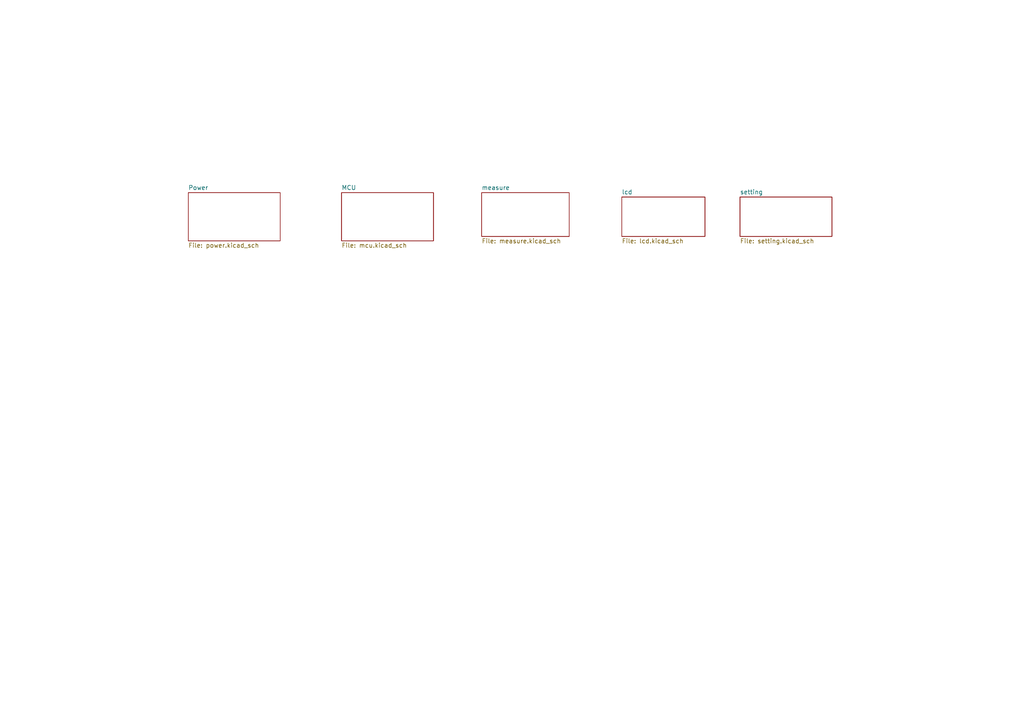
<source format=kicad_sch>
(kicad_sch (version 20230121) (generator eeschema)
  (paper "A4")
  (lib_symbols)
  (sheet (at 54.61 55.88) (size 26.67 13.97) (stroke (width 0.1524))
    (property "Sheetname" "Power" (at 54.61 55.1684 0) (effects (justify left bottom)))
    (property "Sheetfile" "power.kicad_sch" (at 54.61 70.4346 0) (effects (justify left top)))
  )
  (sheet (at 99.06 55.88) (size 26.67 13.97) (stroke (width 0.1524))
    (property "Sheetname" "MCU" (at 99.06 55.1684 0) (effects (justify left bottom)))
    (property "Sheetfile" "mcu.kicad_sch" (at 99.06 70.4346 0) (effects (justify left top)))
  )
  (sheet (at 139.7 55.88) (size 25.4 12.7) (stroke (width 0.1524))
    (property "Sheetname" "measure" (at 139.7 55.1684 0) (effects (justify left bottom)))
    (property "Sheetfile" "measure.kicad_sch" (at 139.7 69.1646 0) (effects (justify left top)))
  )
  (sheet (at 180.34 57.15) (size 24.13 11.43) (stroke (width 0.1524))
    (property "Sheetname" "lcd" (at 180.34 56.4384 0) (effects (justify left bottom)))
    (property "Sheetfile" "lcd.kicad_sch" (at 180.34 69.1646 0) (effects (justify left top)))
  )
  (sheet (at 214.63 57.15) (size 26.67 11.43) (stroke (width 0.1524))
    (property "Sheetname" "setting" (at 214.63 56.4384 0) (effects (justify left bottom)))
    (property "Sheetfile" "setting.kicad_sch" (at 214.63 69.1646 0) (effects (justify left top)))
  )
)
</source>
